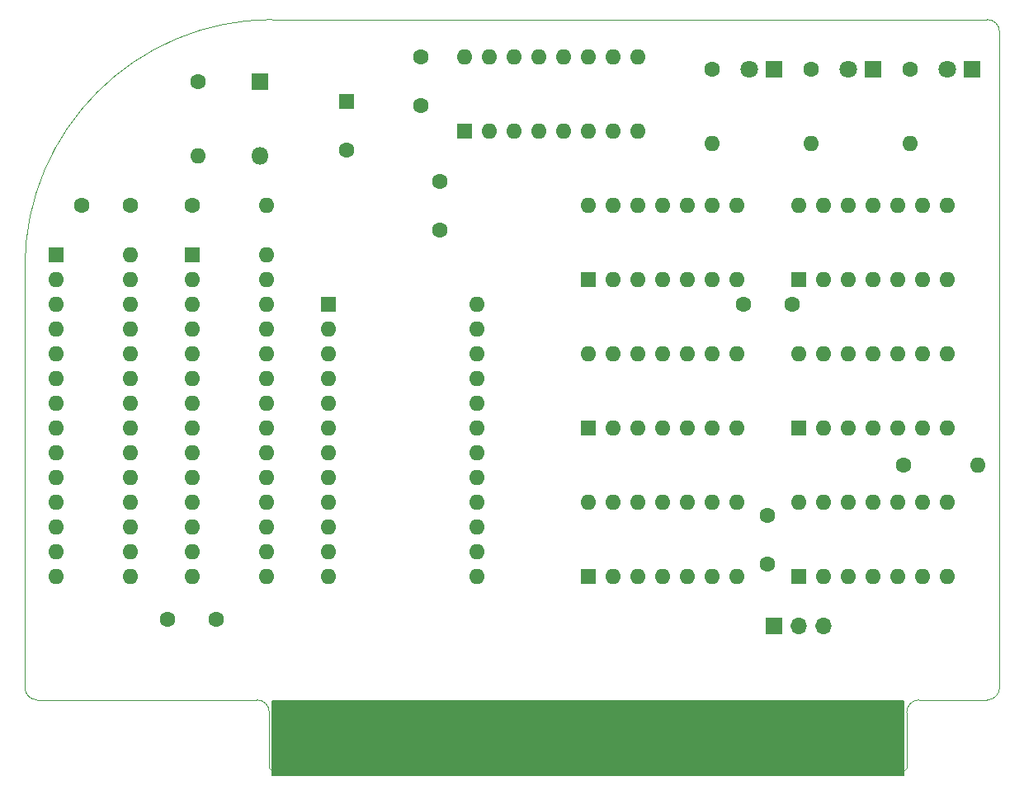
<source format=gbr>
G04 #@! TF.GenerationSoftware,KiCad,Pcbnew,(6.0.8-1)-1*
G04 #@! TF.CreationDate,2022-10-09T17:36:39-07:00*
G04 #@! TF.ProjectId,LanguageCard,4c616e67-7561-4676-9543-6172642e6b69,0*
G04 #@! TF.SameCoordinates,Original*
G04 #@! TF.FileFunction,Soldermask,Top*
G04 #@! TF.FilePolarity,Negative*
%FSLAX46Y46*%
G04 Gerber Fmt 4.6, Leading zero omitted, Abs format (unit mm)*
G04 Created by KiCad (PCBNEW (6.0.8-1)-1) date 2022-10-09 17:36:39*
%MOMM*%
%LPD*%
G01*
G04 APERTURE LIST*
G04 Aperture macros list*
%AMRoundRect*
0 Rectangle with rounded corners*
0 $1 Rounding radius*
0 $2 $3 $4 $5 $6 $7 $8 $9 X,Y pos of 4 corners*
0 Add a 4 corners polygon primitive as box body*
4,1,4,$2,$3,$4,$5,$6,$7,$8,$9,$2,$3,0*
0 Add four circle primitives for the rounded corners*
1,1,$1+$1,$2,$3*
1,1,$1+$1,$4,$5*
1,1,$1+$1,$6,$7*
1,1,$1+$1,$8,$9*
0 Add four rect primitives between the rounded corners*
20,1,$1+$1,$2,$3,$4,$5,0*
20,1,$1+$1,$4,$5,$6,$7,0*
20,1,$1+$1,$6,$7,$8,$9,0*
20,1,$1+$1,$8,$9,$2,$3,0*%
G04 Aperture macros list end*
G04 #@! TA.AperFunction,Profile*
%ADD10C,0.100000*%
G04 #@! TD*
%ADD11C,0.150000*%
%ADD12R,1.600000X1.600000*%
%ADD13O,1.600000X1.600000*%
%ADD14C,1.600000*%
%ADD15R,1.700000X1.700000*%
%ADD16O,1.700000X1.700000*%
%ADD17R,1.800000X1.800000*%
%ADD18O,1.800000X1.800000*%
%ADD19C,1.800000*%
%ADD20RoundRect,0.317500X-0.317500X-3.365500X0.317500X-3.365500X0.317500X3.365500X-0.317500X3.365500X0*%
G04 APERTURE END LIST*
D10*
X179705000Y-93980000D02*
G75*
G03*
X180975000Y-95250000I1270000J0D01*
G01*
X278447500Y-25400000D02*
X205105000Y-25400000D01*
X204787500Y-102235000D02*
X205422500Y-102870000D01*
X271462500Y-95250000D02*
X278447500Y-95250000D01*
X179705000Y-93980000D02*
X179705000Y-50800000D01*
X204787500Y-96520000D02*
G75*
G03*
X203517500Y-95250000I-1270000J0D01*
G01*
X279717500Y-93980000D02*
X279717500Y-26670000D01*
X204787500Y-96520000D02*
X204787500Y-102235000D01*
X180975000Y-95250000D02*
X203517500Y-95250000D01*
X278447500Y-95250000D02*
G75*
G03*
X279717500Y-93980000I0J1270000D01*
G01*
X279717500Y-26670000D02*
G75*
G03*
X278447500Y-25400000I-1270000J0D01*
G01*
X269557500Y-102870000D02*
X205422500Y-102870000D01*
X270192500Y-96520000D02*
X270192500Y-102235000D01*
X271462500Y-95250000D02*
G75*
G03*
X270192500Y-96520000I0J-1270000D01*
G01*
X270192500Y-102235000D02*
X269557500Y-102870000D01*
X205105000Y-25400000D02*
G75*
G03*
X179705000Y-50800000I0J-25400000D01*
G01*
G36*
X269875000Y-102997000D02*
G01*
X205105000Y-102997000D01*
X205105000Y-95377000D01*
X269875000Y-95377000D01*
X269875000Y-102997000D01*
G37*
D11*
X269875000Y-102997000D02*
X205105000Y-102997000D01*
X205105000Y-95377000D01*
X269875000Y-95377000D01*
X269875000Y-102997000D01*
D12*
X196850000Y-49530000D03*
D13*
X196850000Y-52070000D03*
X196850000Y-54610000D03*
X196850000Y-57150000D03*
X196850000Y-59690000D03*
X196850000Y-62230000D03*
X196850000Y-64770000D03*
X196850000Y-67310000D03*
X196850000Y-69850000D03*
X196850000Y-72390000D03*
X196850000Y-74930000D03*
X196850000Y-77470000D03*
X196850000Y-80010000D03*
X196850000Y-82550000D03*
X204470000Y-82550000D03*
X204470000Y-80010000D03*
X204470000Y-77470000D03*
X204470000Y-74930000D03*
X204470000Y-72390000D03*
X204470000Y-69850000D03*
X204470000Y-67310000D03*
X204470000Y-64770000D03*
X204470000Y-62230000D03*
X204470000Y-59690000D03*
X204470000Y-57150000D03*
X204470000Y-54610000D03*
X204470000Y-52070000D03*
X204470000Y-49530000D03*
D14*
X260350000Y-30480000D03*
D13*
X260350000Y-38100000D03*
D15*
X256555000Y-87630000D03*
D16*
X259095000Y-87630000D03*
X261635000Y-87630000D03*
D14*
X270510000Y-30480000D03*
D13*
X270510000Y-38100000D03*
D14*
X269875000Y-71120000D03*
D13*
X277495000Y-71120000D03*
D12*
X237485000Y-67310000D03*
D13*
X240025000Y-67310000D03*
X242565000Y-67310000D03*
X245105000Y-67310000D03*
X247645000Y-67310000D03*
X250185000Y-67310000D03*
X252725000Y-67310000D03*
X252725000Y-59690000D03*
X250185000Y-59690000D03*
X247645000Y-59690000D03*
X245105000Y-59690000D03*
X242565000Y-59690000D03*
X240025000Y-59690000D03*
X237485000Y-59690000D03*
D12*
X237490000Y-52070000D03*
D13*
X240030000Y-52070000D03*
X242570000Y-52070000D03*
X245110000Y-52070000D03*
X247650000Y-52070000D03*
X250190000Y-52070000D03*
X252730000Y-52070000D03*
X252730000Y-44450000D03*
X250190000Y-44450000D03*
X247650000Y-44450000D03*
X245110000Y-44450000D03*
X242570000Y-44450000D03*
X240030000Y-44450000D03*
X237490000Y-44450000D03*
D14*
X250190000Y-30480000D03*
D13*
X250190000Y-38100000D03*
D17*
X203835000Y-31750000D03*
D18*
X203835000Y-39370000D03*
D12*
X259075000Y-52060000D03*
D13*
X261615000Y-52060000D03*
X264155000Y-52060000D03*
X266695000Y-52060000D03*
X269235000Y-52060000D03*
X271775000Y-52060000D03*
X274315000Y-52060000D03*
X274315000Y-44440000D03*
X271775000Y-44440000D03*
X269235000Y-44440000D03*
X266695000Y-44440000D03*
X264155000Y-44440000D03*
X261615000Y-44440000D03*
X259075000Y-44440000D03*
D14*
X196850000Y-44450000D03*
D13*
X204470000Y-44450000D03*
D12*
X212725000Y-33792349D03*
D14*
X212725000Y-38792349D03*
D17*
X276860000Y-30480000D03*
D19*
X274320000Y-30480000D03*
D14*
X222250000Y-46990000D03*
X222250000Y-41990000D03*
X199350000Y-86995000D03*
X194350000Y-86995000D03*
D12*
X259075000Y-82540000D03*
D13*
X261615000Y-82540000D03*
X264155000Y-82540000D03*
X266695000Y-82540000D03*
X269235000Y-82540000D03*
X271775000Y-82540000D03*
X274315000Y-82540000D03*
X274315000Y-74920000D03*
X271775000Y-74920000D03*
X269235000Y-74920000D03*
X266695000Y-74920000D03*
X264155000Y-74920000D03*
X261615000Y-74920000D03*
X259075000Y-74920000D03*
D12*
X182880000Y-49530000D03*
D13*
X182880000Y-52070000D03*
X182880000Y-54610000D03*
X182880000Y-57150000D03*
X182880000Y-59690000D03*
X182880000Y-62230000D03*
X182880000Y-64770000D03*
X182880000Y-67310000D03*
X182880000Y-69850000D03*
X182880000Y-72390000D03*
X182880000Y-74930000D03*
X182880000Y-77470000D03*
X182880000Y-80010000D03*
X182880000Y-82550000D03*
X190500000Y-82550000D03*
X190500000Y-80010000D03*
X190500000Y-77470000D03*
X190500000Y-74930000D03*
X190500000Y-72390000D03*
X190500000Y-69850000D03*
X190500000Y-67310000D03*
X190500000Y-64770000D03*
X190500000Y-62230000D03*
X190500000Y-59690000D03*
X190500000Y-57150000D03*
X190500000Y-54610000D03*
X190500000Y-52070000D03*
X190500000Y-49530000D03*
D14*
X220345000Y-34250000D03*
X220345000Y-29250000D03*
X258445000Y-54610000D03*
X253445000Y-54610000D03*
X197485000Y-31750000D03*
D13*
X197485000Y-39370000D03*
D12*
X259075000Y-67300000D03*
D13*
X261615000Y-67300000D03*
X264155000Y-67300000D03*
X266695000Y-67300000D03*
X269235000Y-67300000D03*
X271775000Y-67300000D03*
X274315000Y-67300000D03*
X274315000Y-59680000D03*
X271775000Y-59680000D03*
X269235000Y-59680000D03*
X266695000Y-59680000D03*
X264155000Y-59680000D03*
X261615000Y-59680000D03*
X259075000Y-59680000D03*
D17*
X266700000Y-30480000D03*
D19*
X264160000Y-30480000D03*
D14*
X255905000Y-81280000D03*
X255905000Y-76280000D03*
D12*
X224805000Y-36820000D03*
D13*
X227345000Y-36820000D03*
X229885000Y-36820000D03*
X232425000Y-36820000D03*
X234965000Y-36820000D03*
X237505000Y-36820000D03*
X240045000Y-36820000D03*
X242585000Y-36820000D03*
X242585000Y-29200000D03*
X240045000Y-29200000D03*
X237505000Y-29200000D03*
X234965000Y-29200000D03*
X232425000Y-29200000D03*
X229885000Y-29200000D03*
X227345000Y-29200000D03*
X224805000Y-29200000D03*
D12*
X210820000Y-54610000D03*
D13*
X210820000Y-57150000D03*
X210820000Y-59690000D03*
X210820000Y-62230000D03*
X210820000Y-64770000D03*
X210820000Y-67310000D03*
X210820000Y-69850000D03*
X210820000Y-72390000D03*
X210820000Y-74930000D03*
X210820000Y-77470000D03*
X210820000Y-80010000D03*
X210820000Y-82550000D03*
X226060000Y-82550000D03*
X226060000Y-80010000D03*
X226060000Y-77470000D03*
X226060000Y-74930000D03*
X226060000Y-72390000D03*
X226060000Y-69850000D03*
X226060000Y-67310000D03*
X226060000Y-64770000D03*
X226060000Y-62230000D03*
X226060000Y-59690000D03*
X226060000Y-57150000D03*
X226060000Y-54610000D03*
D14*
X185500000Y-44450000D03*
X190500000Y-44450000D03*
D20*
X207010000Y-99060000D03*
X209550000Y-99060000D03*
X212090000Y-99060000D03*
X214630000Y-99060000D03*
X217170000Y-99060000D03*
X219710000Y-99060000D03*
X222250000Y-99060000D03*
X224790000Y-99060000D03*
X227330000Y-99060000D03*
X229870000Y-99060000D03*
X232410000Y-99060000D03*
X234950000Y-99060000D03*
X237490000Y-99060000D03*
X240030000Y-99060000D03*
X242570000Y-99060000D03*
X245110000Y-99060000D03*
X247650000Y-99060000D03*
X250190000Y-99060000D03*
X252730000Y-99060000D03*
X255270000Y-99060000D03*
X257810000Y-99060000D03*
X260350000Y-99060000D03*
X262890000Y-99060000D03*
X265430000Y-99060000D03*
X267970000Y-99060000D03*
D17*
X256540000Y-30480000D03*
D19*
X254000000Y-30480000D03*
D12*
X237490000Y-82540000D03*
D13*
X240030000Y-82540000D03*
X242570000Y-82540000D03*
X245110000Y-82540000D03*
X247650000Y-82540000D03*
X250190000Y-82540000D03*
X252730000Y-82540000D03*
X252730000Y-74920000D03*
X250190000Y-74920000D03*
X247650000Y-74920000D03*
X245110000Y-74920000D03*
X242570000Y-74920000D03*
X240030000Y-74920000D03*
X237490000Y-74920000D03*
M02*

</source>
